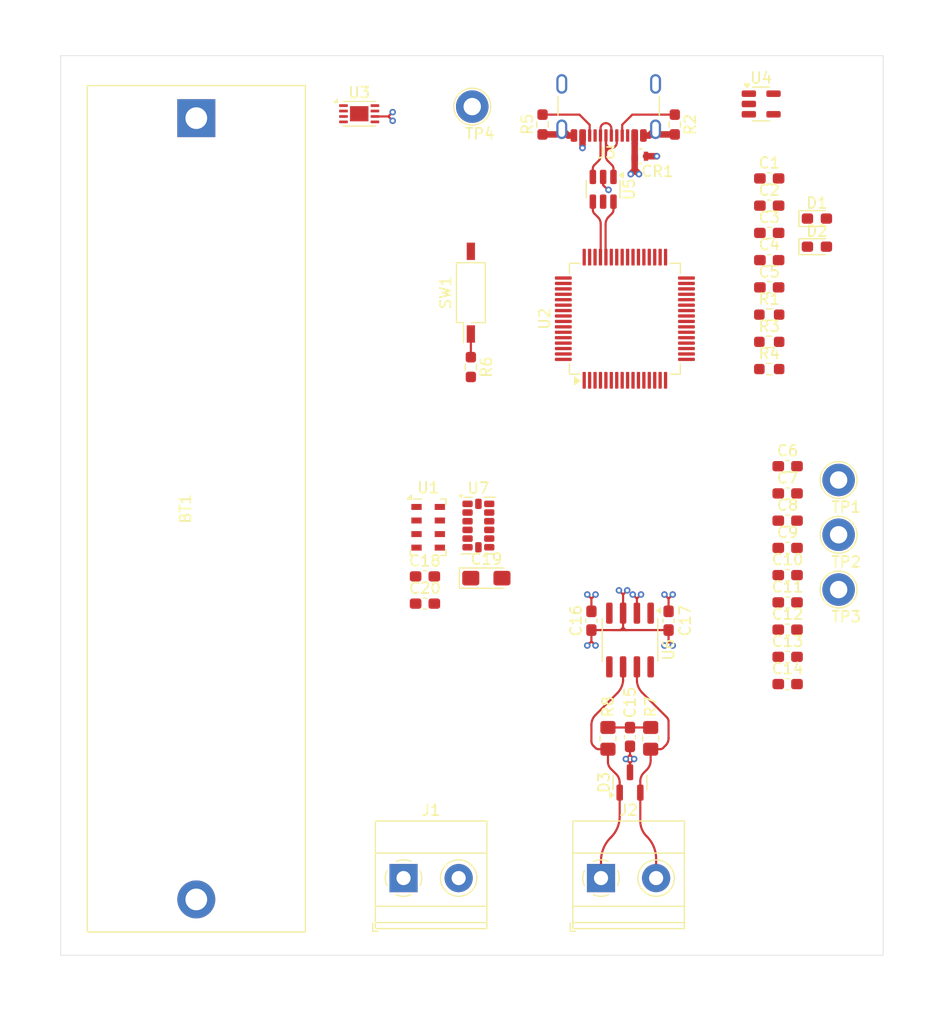
<source format=kicad_pcb>
(kicad_pcb (version 20240108) (generator "pcbnew") (generator_version "8.0")
  (layers (0 "F.Cu" signal) (1 "In1.Cu" signal) (2 "In2.Cu" signal) (31 "B.Cu" signal) (34 "B.Paste" user) (35 "F.Paste" user) (36 "B.SilkS" user "B.Silkscreen") (37 "F.SilkS" user "F.Silkscreen") (38 "B.Mask" user) (39 "F.Mask" user) (44 "Edge.Cuts" user))
  (net 0 "")
  (net 1 "/Battery Management/V_USB")
  (net 2 "GNDD")
  (net 3 "/Battery Management/V_BAT")
  (net 4 "Net-(U4-BP)")
  (net 5 "+3.3V")
  (net 6 "/Battery Management/STAT")
  (net 7 "Net-(D1-A)")
  (net 8 "Net-(D2-K)")
  (net 11 "Net-(U3-PROG)")
  (net 13 "Net-(C6-Pad1)")
  (net 16 "GNDA")
  (net 19 "VDDA")
  (net 21 "Net-(C15-Pad1)")
  (net 22 "Net-(U7-VDD_I{slash}O)")
  (net 25 "/CAN Interface/CAN_L")
  (net 28 "/CAN Interface/CAN_H")
  (net 48 "Net-(J3-D+-PadA6)")
  (net 55 "Net-(J3-D--PadA7)")
  (net 60 "/BOOT0")
  (net 68 "/Sensors/pres_mosi")
  (net 71 "/Sensors/pres_cs")
  (net 72 "/Sensors/pres_sclk")
  (net 74 "Net-(J3-CC2)")
  (net 75 "Net-(J3-CC1)")
  (net 76 "/Sensors/pres_miso")
  (net 77 "/USB_D_P")
  (net 78 "/FDCAN_RX")
  (net 79 "/USB_D_N")
  (net 80 "/FDCAN_TX")
  (net 86 "/Sensors/accel_mosi")
  (net 87 "/Sensors/accel_int1")
  (net 88 "/Sensors/accel_int2")
  (net 89 "/Sensors/accel_sclk")
  (net 90 "/Sensors/accel_cs")
  (net 92 "/Sensors/accel_miso")
  (footprint "Capacitor_SMD:C_0603_1608Metric_Pad1.08x0.95mm_HandSolder" (layer "F.Cu") (at 166.228 106.014847 90)
    (property "Reference" "C17")
    (property "Value" "4.7uF")
  )
  (footprint "Package_QFP:LQFP-64_10x10mm_P0.5mm" (layer "F.Cu") (at 162.201 78.183262 90)
    (property "Reference" "U2")
    (property "Value" "STM32H503RBTx")
  )
  (footprint "Resistor_SMD:R_0603_1608Metric_Pad0.98x0.95mm_HandSolder" (layer "F.Cu") (at 175.505 77.805)
    (property "Reference" "R1")
    (property "Value" "2k")
  )
  (footprint "Capacitor_SMD:C_0603_1608Metric_Pad1.08x0.95mm_HandSolder" (layer "F.Cu") (at 177.2 106.835)
    (property "Reference" "C12")
    (property "Value" "4.7uF")
  )
  (footprint "Resistor_SMD:R_0805_2012Metric_Pad1.20x1.40mm_HandSolder" (layer "F.Cu") (at 160.64 116.854847 -90)
    (property "Reference" "R8")
    (property "Value" "62")
  )
  (footprint "Capacitor_SMD:C_0603_1608Metric_Pad1.08x0.95mm_HandSolder" (layer "F.Cu") (at 177.2 99.305)
    (property "Reference" "C9")
    (property "Value" "100nF")
  )
  (footprint "Capacitor_SMD:C_0603_1608Metric_Pad1.08x0.95mm_HandSolder" (layer "F.Cu") (at 177.2 91.775)
    (property "Reference" "C6")
    (property "Value" "2.2uF")
  )
  (footprint "footprints:ZDO_1610_STM" (layer "F.Cu") (at 163.626 63.209)
    (property "Reference" "CR1")
    (property "Value" "ESDA7P60-1U1M")
  )
  (footprint "Capacitor_SMD:C_0603_1608Metric_Pad1.08x0.95mm_HandSolder" (layer "F.Cu") (at 159.116 106.014847 90)
    (property "Reference" "C16")
    (property "Value" "100nF")
  )
  (footprint "Package_LGA:LGA-14_3x5mm_P0.8mm_LayoutBorder1x6y" (layer "F.Cu") (at 148.7 97.245)
    (property "Reference" "U7")
    (property "Value" "ADXL375BCCZ")
  )
  (footprint "Resistor_SMD:R_0603_1608Metric_Pad0.98x0.95mm_HandSolder" (layer "F.Cu") (at 175.505 80.315)
    (property "Reference" "R3")
    (property "Value" "1k")
  )
  (footprint "TerminalBlock_Phoenix:TerminalBlock_Phoenix_MKDS-1,5-2-5.08_1x02_P5.08mm_Horizontal" (layer "F.Cu") (at 141.8 129.732847)
    (property "Reference" "J1")
    (property "Value" "Conn_01x02_Socket")
  )
  (footprint "Connector_USB:USB_C_Receptacle_GCT_USB4105-xx-A_16P_TopMnt_Horizontal" (layer "F.Cu") (at 160.705 57.621 180)
    (property "Reference" "J3")
    (property "Value" "USB_C_Receptacle_USB2.0_16P")
  )
  (footprint "Package_SO:SOIC-8_3.9x4.9mm_P1.27mm" (layer "F.Cu") (at 162.672 107.792847 -90)
    (property "Reference" "U6")
    (property "Value" "TCAN332G")
  )
  (footprint "Capacitor_SMD:C_0603_1608Metric_Pad1.08x0.95mm_HandSolder" (layer "F.Cu") (at 162.672 116.727847 -90)
    (property "Reference" "C15")
    (property "Value" "4.7uF")
  )
  (footprint "Package_TO_SOT_SMD:SOT-23" (layer "F.Cu") (at 162.672 120.918847 90)
    (property "Reference" "D3")
    (property "Value" "NUP2105L")
  )
  (footprint "TestPoint:TestPoint_Loop_D2.60mm_Drill1.6mm_Beaded" (layer "F.Cu") (at 148.132 58.637)
    (property "Reference" "TP4")
    (property "Value" "TestPoint")
  )
  (footprint "Resistor_SMD:R_0603_1608Metric_Pad0.98x0.95mm_HandSolder" (layer "F.Cu") (at 154.609 60.288 -90)
    (property "Reference" "R5")
    (property "Value" "5.1k")
  )
  (footprint "TerminalBlock_Phoenix:TerminalBlock_Phoenix_MKDS-1,5-2-5.08_1x02_P5.08mm_Horizontal" (layer "F.Cu") (at 160 129.732847)
    (property "Reference" "J2")
    (property "Value" "Conn_01x02_Socket")
  )
  (footprint "Capacitor_SMD:C_0603_1608Metric_Pad1.08x0.95mm_HandSolder" (layer "F.Cu") (at 175.505 65.255)
    (property "Reference" "C1")
    (property "Value" "4.7uF")
  )
  (footprint "Capacitor_SMD:C_0603_1608Metric_Pad1.08x0.95mm_HandSolder" (layer "F.Cu") (at 177.2 109.345)
    (property "Reference" "C13")
    (property "Value" "100nF")
  )
  (footprint "Capacitor_SMD:C_0603_1608Metric_Pad1.08x0.95mm_HandSolder" (layer "F.Cu") (at 143.775 101.93)
    (property "Reference" "C18")
    (property "Value" "100nF")
  )
  (footprint "LED_SMD:LED_0603_1608Metric_Pad1.05x0.95mm_HandSolder" (layer "F.Cu") (at 179.9 68.955)
    (property "Reference" "D1")
    (property "Value" "LED")
  )
  (footprint "Resistor_SMD:R_0603_1608Metric_Pad0.98x0.95mm_HandSolder" (layer "F.Cu") (at 175.505 82.825)
    (property "Reference" "R4")
    (property "Value" "1k")
  )
  (footprint "Package_LGA:LGA-8_3x5mm_P1.25mm" (layer "F.Cu") (at 144.07 97.405)
    (property "Reference" "U1")
    (property "Value" "MS5607-02BA")
  )
  (footprint "Capacitor_SMD:C_0603_1608Metric_Pad1.08x0.95mm_HandSolder" (layer "F.Cu") (at 177.2 101.815)
    (property "Reference" "C10")
    (property "Value" "100nF")
  )
  (footprint "TestPoint:TestPoint_Loop_D2.60mm_Drill1.6mm_Beaded" (layer "F.Cu") (at 181.9 98.095)
    (property "Reference" "TP2")
    (property "Value" "TestPoint")
  )
  (footprint "Resistor_SMD:R_0805_2012Metric_Pad1.20x1.40mm_HandSolder" (layer "F.Cu") (at 164.577 116.854847 90)
    (property "Reference" "R7")
    (property "Value" "62")
  )
  (footprint "Capacitor_SMD:C_0603_1608Metric_Pad1.08x0.95mm_HandSolder" (layer "F.Cu") (at 175.505 72.785)
    (property "Reference" "C4")
    (property "Value" "0.01uF")
  )
  (footprint "Capacitor_SMD:C_0603_1608Metric_Pad1.08x0.95mm_HandSolder" (layer "F.Cu") (at 175.505 70.275)
    (property "Reference" "C3")
    (property "Value" "1uF")
  )
  (footprint "Package_TO_SOT_SMD:SOT-23-5" (layer "F.Cu") (at 174.7625 58.395)
    (property "Reference" "U4")
    (property "Value" "TC2185-3.3VxCTTR")
  )
  (footprint "Package_DFN_QFN:DFN-8-1EP_3x2mm_P0.5mm_EP1.7x1.4mm" (layer "F.Cu") (at 137.715 59.295)
    (property "Reference" "U3")
    (property "Value" "MCP73831-2-MC")
  )
  (footprint "Button_Switch_SMD:SW_DIP_SPSTx01_Slide_Copal_CHS-01B_W7.62mm_P1.27mm" (layer "F.Cu") (at 148.005 75.782 90)
    (property "Reference" "SW1")
    (property "Value" "SW_DIP_x01")
  )
  (footprint "Package_TO_SOT_SMD:SOT-23-6" (layer "F.Cu") (at 160.197 66.257 -90)
    (property "Reference" "U5")
    (property "Value" "USBLC6-2SC6")
  )
  (footprint "Capacitor_SMD:C_0603_1608Metric_Pad1.08x0.95mm_HandSolder" (layer "F.Cu") (at 175.505 75.295)
    (property "Reference" "C5")
    (property "Value" "1uF")
  )
  (footprint "Capacitor_SMD:C_0603_1608Metric_Pad1.08x0.95mm_HandSolder" (layer "F.Cu") (at 177.2 111.855)
    (property "Reference" "C14")
    (property "Value" "1uF")
  )
  (footprint "LED_SMD:LED_0603_1608Metric_Pad1.05x0.95mm_HandSolder" (layer "F.Cu") (at 179.9 71.545)
    (property "Reference" "D2")
    (property "Value" "LED")
  )
  (footprint "Capacitor_SMD:C_0603_1608Metric_Pad1.08x0.95mm_HandSolder" (layer "F.Cu") (at 177.2 96.795)
    (property "Reference" "C8")
    (property "Value" "100nF")
  )
  (footprint "Capacitor_SMD:C_0603_1608Metric_Pad1.08x0.95mm_HandSolder" (layer "F.Cu") (at 175.505 67.765)
    (property "Reference" "C2")
    (property "Value" "4.7uF")
  )
  (footprint "Capacitor_SMD:C_0603_1608Metric_Pad1.08x0.95mm_HandSolder" (layer "F.Cu") (at 177.2 94.285)
    (property "Reference" "C7")
    (property "Value" "2.2uF")
  )
  (footprint "TestPoint:TestPoint_Loop_D2.60mm_Drill1.6mm_Beaded" (layer "F.Cu") (at 181.9 103.145)
    (property "Reference" "TP3")
    (property "Value" "TestPoint")
  )
  (footprint "Resistor_SMD:R_0603_1608Metric_Pad0.98x0.95mm_HandSolder" (layer "F.Cu") (at 166.801 60.288 -90)
    (property "Reference" "R2")
    (property "Value" "5.1k")
  )
  (footprint "Capacitor_SMD:C_0603_1608Metric_Pad1.08x0.95mm_HandSolder" (layer "F.Cu") (at 143.775 104.44)
    (property "Reference" "C20")
    (property "Value" "100nF")
  )
  (footprint "Capacitor_Tantalum_SMD:CP_EIA-3216-18_Kemet-A_Pad1.58x1.35mm_HandSolder" (layer "F.Cu") (at 149.435 102.09)
    (property "Reference" "C19")
    (property "Value" "10uF")
  )
  (footprint "Capacitor_SMD:C_0603_1608Metric_Pad1.08x0.95mm_HandSolder" (layer "F.Cu") (at 177.2 104.325)
    (property "Reference" "C11")
    (property "Value" "100nF")
  )
  (footprint "TestPoint:TestPoint_Loop_D2.60mm_Drill1.6mm_Beaded" (layer "F.Cu") (at 181.9 93.045)
    (property "Reference" "TP1")
    (property "Value" "TestPoint")
  )
  (footprint "Battery:BatteryHolder_MPD_BH-18650-PC2" (layer "F.Cu") (at 122.7 59.7 -90)
    (property "Reference" "BT1")
    (property "Value" "Battery_Cell")
  )
  (footprint "Resistor_SMD:R_0603_1608Metric_Pad0.98x0.95mm_HandSolder" (layer "F.Cu") (at 148.005 82.64 -90)
    (property "Reference" "R6")
    (property "Value" "10k")
  )
  (gr_rect (start 110.2 53.945) (end 186 136.845) (stroke (width 0.05)) (fill none) (layer "Edge.Cuts"))
  (segment (start 162.737 64.86) (end 163.1053 64.4917) (width 0.6) (layer "F.Cu") (net 1))
  (segment (start 163.1053 64.4917) (end 163.1053 63.209) (width 0.6) (layer "F.Cu") (net 1))
  (segment (start 163.105 61.301) (end 163.105 62.053) (width 0.6) (layer "F.Cu") (net 1))
  (segment (start 158.292 62.447) (end 158.305 62.434) (width 0.2) (layer "F.Cu") (net 1))
  (segment (start 158.305 61.301) (end 158.292 62.447) (width 0.6) (layer "F.Cu") (net 1))
  (segment (start 163.1053 64.4917) (end 163.1307 64.4917) (width 0.2) (layer "F.Cu") (net 1))
  (segment (start 163.1053 62.0533) (end 163.1053 63.59) (width 0.6) (layer "F.Cu") (net 1))
  (segment (start 163.105 62.053) (end 163.1053 62.0533) (width 0.2) (layer "F.Cu") (net 1))
  (segment (start 163.1307 64.4917) (end 163.499 64.86) (width 0.6) (layer "F.Cu") (net 1))
  (via (at 162.737 64.86) (size 0.6) (drill 0.3) (layers "F.Cu" "B.Cu") (net 1))
  (via (at 158.292 62.447) (size 0.6) (drill 0.3) (layers "F.Cu" "B.Cu") (net 1))
  (via (at 163.499 64.86) (size 0.6) (drill 0.3) (layers "F.Cu" "B.Cu") (net 1))
  (segment (start 166.609 103.601847) (end 166.228 103.982847) (width 0.2) (layer "F.Cu") (net 2))
  (segment (start 159.116 103.982847) (end 159.116 105.152347) (width 0.2) (layer "F.Cu") (net 2))
  (segment (start 155.9105 61.2005) (end 156.385 60.726) (width 0.2) (layer "F.Cu") (net 2))
  (segment (start 160.197 65.1195) (end 160.197 65.876) (width 0.2) (layer "F.Cu") (net 2))
  (segment (start 140.7 59.245) (end 140.8 59.145) (width 0.2) (layer "F.Cu") (net 2))
  (segment (start 158.735 103.601847) (end 159.116 103.982847) (width 0.2) (layer "F.Cu") (net 2))
  (segment (start 157.505 61.301) (end 156.96 61.301) (width 0.6) (layer "F.Cu") (net 2))
  (segment (start 166.801 61.2005) (end 165.4995 61.2005) (width 0.6) (layer "F.Cu") (net 2))
  (segment (start 166.228 105.152347) (end 166.228 103.982847) (width 0.2) (layer "F.Cu") (net 2))
  (segment (start 164.1467 63.209) (end 165.15 63.209) (width 0.6) (layer "F.Cu") (net 2))
  (segment (start 163.688 103.601847) (end 163.307 103.982847) (width 0.2) (layer "F.Cu") (net 2))
  (segment (start 165.4995 61.2005) (end 165.025 60.726) (width 0.2) (layer "F.Cu") (net 2))
  (segment (start 162.672 119.981347) (end 162.672 119.140847) (width 0.2) (layer "F.Cu") (net 2))
  (segment (start 163.053 118.759847) (end 162.672 119.140847) (width 0.2) (layer "F.Cu") (net 2))
  (segment (start 140.4 59.545) (end 140.8 59.945) (width 0.2) (layer "F.Cu") (net 2))
  (segment (start 163.307 105.152347) (end 163.307 103.982847) (width 0.2) (layer "F.Cu") (net 2))
  (segment (start 162.672 119.140847) (end 162.291 118.759847) (width 0.2) (layer "F.Cu") (net 2))
  (segment (start 160.690868 66.306316) (end 160.594272 66.306316) (width 0.2) (layer "F.Cu") (net 2))
  (segment (start 140.8 59.945) (end 140.7 59.845) (width 0.2) (layer "F.Cu") (net 2))
  (segment (start 160.197 65.876) (end 160.627316 66.306316) (width 0.2) (layer "F.Cu") (net 2))
  (segment (start 154.609 61.2005) (end 155.9105 61.2005) (width 0.6) (layer "F.Cu") (net 2))
  (segment (start 163.905 61.301) (end 164.45 61.301) (width 0.6) (layer "F.Cu") (net 2))
  (segment (start 162.926 103.601847) (end 163.307 103.982847) (width 0.2) (layer "F.Cu") (net 2))
  (segment (start 162.672 118.378847) (end 162.672 117.590347) (width 0.2) (layer "F.Cu") (net 2))
  (segment (start 164.45 61.301) (end 165.025 60.726) (width 0.6) (layer "F.Cu") (net 2))
  (segment (start 156.96 61.301) (end 156.385 60.726) (width 0.6) (layer "F.Cu") (net 2))
  (segment (start 139.165 59.545) (end 140.4 59.545) (width 0.2) (layer "F.Cu") (net 2))
  (segment (start 165.847 103.601847) (end 166.228 103.982847) (width 0.2) (layer "F.Cu") (net 2))
  (segment (start 162.291 118.759847) (end 162.672 118.378847) (width 0.2) (layer "F.Cu") (net 2))
  (segment (start 159.497 103.601847) (end 159.116 103.982847) (width 0.2) (layer "F.Cu") (net 2))
  (segment (start 160.627316 66.306316) (end 160.690868 66.306316) (width 0.2) (layer "F.Cu") (net 2))
  (segment (start 163.053 118.759847) (end 162.672 118.378847) (width 0.2) (layer "F.Cu") (net 2))
  (segment (start 140.8 59.145) (end 140.4 59.545) (width 0.2) (layer "F.Cu") (net 2))
  (via (at 140.8 59.945) (size 0.6) (drill 0.3) (layers "F.Cu" "B.Cu") (net 2))
  (via (at 163.688 103.601847) (size 0.6) (drill 0.3) (layers "F.Cu" "B.Cu") (net 2))
  (via (at 162.291 118.759847) (size 0.6) (drill 0.3) (layers "F.Cu" "B.Cu") (net 2))
  (via (at 163.053 118.759847) (size 0.6) (drill 0.3) (layers "F.Cu" "B.Cu") (net 2))
  (via (at 160.690868 66.306316) (size 0.6) (drill 0.3) (layers "F.Cu" "B.Cu") (net 2))
  (via (at 166.609 103.601847) (size 0.6) (drill 0.3) (layers "F.Cu" "B.Cu") (net 2))
  (via (at 158.735 103.601847) (size 0.6) (drill 0.3) (layers "F.Cu" "B.Cu") (net 2))
  (via (at 162.926 103.601847) (size 0.6) (drill 0.3) (layers "F.Cu" "B.Cu") (net 2))
  (via (at 165.847 103.601847) (size 0.6) (drill 0.3) (layers "F.Cu" "B.Cu") (net 2))
  (via (at 159.497 103.601847) (size 0.6) (drill 0.3) (layers "F.Cu" "B.Cu") (net 2))
  (via (at 140.8 59.145) (size 0.6) (drill 0.3) (layers "F.Cu" "B.Cu") (net 2))
  (via (at 165.15 63.209) (size 0.6) (drill 0.3) (layers "F.Cu" "B.Cu") (net 2))
  (segment (start 165.974 108.173847) (end 165.847 108.300847) (width 0.2) (layer "F.Cu") (net 5))
  (segment (start 166.228 107.919847) (end 166.609 108.300847) (width 0.2) (layer "F.Cu") (net 5))
  (segment (start 162.418 103.220847) (end 162.037 103.601847) (width 0.2) (layer "F.Cu") (net 5))
  (segment (start 162.418 106.877347) (end 166.228 106.877347) (width 0.2) (layer "F.Cu") (net 5))
  (segment (start 161.8095 106.877347) (end 162.037 106.649847) (width 0.2) (layer "F.Cu") (net 5))
  (segment (start 159.116 106.877347) (end 159.116 107.919847) (width 0.2) (layer "F.Cu") (net 5))
  (segment (start 158.862 108.173847) (end 158.735 108.300847) (width 0.2) (layer "F.Cu") (net 5))
  (segment (start 162.2645 106.877347) (end 162.037 106.649847) (width 0.2) (layer "F.Cu") (net 5))
  (segment (start 162.037 103.601847) (end 161.656 103.220847) (width 0.2) (layer "F.Cu") (net 5))
  (segment (start 158.735 108.300847) (end 159.116 107.919847) (width 0.2) (layer "F.Cu") (net 5))
  (segment (start 165.847 108.300847) (end 166.228 107.919847) (width 0.2) (layer "F.Cu") (net 5))
  (segment (start 159.116 106.877347) (end 161.148 106.877347) (width 0.2) (layer "F.Cu") (net 5))
  (segment (start 159.497 108.300847) (end 159.37 108.173847) (width 0.2) (layer "F.Cu") (net 5))
  (segment (start 159.116 107.919847) (end 159.497 108.300847) (width 0.2) (layer "F.Cu") (net 5))
  (segment (start 166.228 106.877347) (end 166.228 107.919847) (width 0.2) (layer "F.Cu") (net 5))
  (segment (start 166.609 108.300847) (end 166.482 108.173847) (width 0.2) (layer "F.Cu") (net 5))
  (segment (start 161.148 106.877347) (end 161.8095 106.877347) (width 0.2) (layer "F.Cu") (net 5))
  (segment (start 162.418 106.877347) (end 162.2645 106.877347) (width 0.2) (layer "F.Cu") (net 5))
  (segment (start 162.037 104.644347) (end 162.037 103.601847) (width 0.2) (layer "F.Cu") (net 5))
  (segment (start 161.148 106.877347) (end 162.418 106.877347) (width 0.2) (layer "F.Cu") (net 5))
  (segment (start 162.037 106.649847) (end 162.037 105.317847) (width 0.2) (layer "F.Cu") (net 5))
  (via (at 161.656 103.220847) (size 0.6) (drill 0.3) (layers "F.Cu" "B.Cu") (net 5))
  (via (at 166.609 108.300847) (size 0.6) (drill 0.3) (layers "F.Cu" "B.Cu") (net 5))
  (via (at 159.497 108.300847) (size 0.6) (drill 0.3) (layers "F.Cu" "B.Cu") (net 5))
  (via (at 162.418 103.220847) (size 0.6) (drill 0.3) (layers "F.Cu" "B.Cu") (net 5))
  (via (at 158.735 108.300847) (size 0.6) (drill 0.3) (layers "F.Cu" "B.Cu") (net 5))
  (via (at 165.847 108.300847) (size 0.6) (drill 0.3) (layers "F.Cu" "B.Cu") (net 5))
  (segment (start 160.64 115.854847) (end 164.577 115.854847) (width 0.2) (layer "F.Cu") (net 21))
  (segment (start 161.722 124.052483) (end 161.722 121.856347) (width 0.2) (layer "F.Cu") (net 25))
  (segment (start 160.64 119.013847) (end 160.64 117.854847) (width 0.2) (layer "F.Cu") (net 25))
  (segment (start 159.116 117.108847) (end 159.116 115.615662) (width 0.2) (layer "F.Cu") (net 25))
  (segment (start 161.722 121.856347) (end 161.722 120.929395) (width 0.2) (layer "F.Cu") (net 25))
  (segment (start 160.64 117.854847) (end 159.764977 117.854847) (width 0.2) (layer "F.Cu") (net 25))
  (segment (start 159.497 117.743847) (end 159.295605 117.542452) (width 0.2) (layer "F.Cu") (net 25))
  (segment (start 160 129.732847) (end 160 128.157153) (width 0.2) (layer "F.Cu") (net 25))
  (segment (start 162.034483 110.270364) (end 162.037 110.267847) (width 0.2) (layer "F.Cu") (net 25))
  (segment (start 160.894 125.998847) (end 160.931197 125.96165) (width 0.2) (layer "F.Cu") (net 25))
  (segment (start 162.034483 111.538431) (end 162.034483 110.270364) (width 0.2) (layer "F.Cu") (net 25))
  (segment (start 159.497 114.695847) (end 161.498184 112.694663) (width 0.2) (layer "F.Cu") (net 25))
  (segment (start 161.402 120.156847) (end 160.909408 119.664255) (width 0.2) (layer "F.Cu") (net 25))
  (arc (start 161.722 120.929395) (mid 161.638835 120.511295) (end 161.402 120.156847) (width 0.2) (layer "F.Cu") (net 25))
  (arc (start 160.931197 125.96165) (mid 161.516477 125.085717) (end 161.722 124.052483) (width 0.2) (layer "F.Cu") (net 25))
  (arc (start 159.116 115.615662) (mid 159.215019 115.117862) (end 159.497 114.695847) (width 0.2) (layer "F.Cu") (net 25))
  (arc (start 161.498184 112.694663) (mid 161.868023 112.164029) (end 162.034483 111.538431) (width 0.2) (layer "F.Cu") (net 25))
  (arc (start 159.764977 117.854847) (mid 159.619949 117.825999) (end 159.497 117.743847) (width 0.2) (layer "F.Cu") (net 25))
  (arc (start 160.909408 119.664255) (mid 160.710017 119.365846) (end 160.64 119.013847) (width 0.2) (layer "F.Cu") (net 25))
  (arc (start 159.295605 117.542452) (mid 159.162678 117.343512) (end 159.116 117.108847) (width 0.2) (layer "F.Cu") (net 25))
  (arc (start 160 128.157153) (mid 160.232343 126.989086) (end 160.894 125.998847) (width 0.2) (layer "F.Cu") (net 25))
  (segment (start 164.577 118.886847) (end 164.577 117.854847) (width 0.2) (layer "F.Cu") (net 28))
  (segment (start 163.309379 111.573742) (end 163.309379 110.270226) (width 0.2) (layer "F.Cu") (net 28))
  (segment (start 164.577 117.854847) (end 165.452023 117.854847) (width 0.2) (layer "F.Cu") (net 28))
  (segment (start 163.622 121.856347) (end 163.622 120.802395) (width 0.2) (layer "F.Cu") (net 28))
  (segment (start 165.72 117.743847) (end 165.958592 117.505255) (width 0.2) (layer "F.Cu") (net 28))
  (segment (start 163.942 120.029847) (end 164.217789 119.754058) (width 0.2) (layer "F.Cu") (net 28))
  (segment (start 165.08 127.953407) (end 165.08 129.732847) (width 0.2) (layer "F.Cu") (net 28))
  (segment (start 163.622 121.856347) (end 163.622 124.486089) (width 0.2) (layer "F.Cu") (net 28))
  (segment (start 163.309379 110.270226) (end 163.307 110.267847) (width 0.2) (layer "F.Cu") (net 28))
  (segment (start 164.196 125.871847) (end 164.233197 125.909044) (width 0.2) (layer "F.Cu") (net 28))
  (segment (start 166.048395 114.897242) (end 163.815 112.663847) (width 0.2) (layer "F.Cu") (net 28))
  (segment (start 166.226078 116.852925) (end 166.226078 115.25037) (width 0.2) (layer "F.Cu") (net 28))
  (segment (start 166.228 116.854847) (end 166.226078 116.852925) (width 0.2) (layer "F.Cu") (net 28))
  (arc (start 163.622 124.486089) (mid 163.771178 125.236055) (end 164.196 125.871847) (width 0.2) (layer "F.Cu") (net 28))
  (arc (start 163.622 120.802395) (mid 163.705165 120.384295) (end 163.942 120.029847) (width 0.2) (layer "F.Cu") (net 28))
  (arc (start 166.226078 115.25037) (mid 166.164763 115.059631) (end 166.048395 114.897242) (width 0.2) (layer "F.Cu") (net 28))
  (arc (start 163.815 112.663847) (mid 163.46632 112.163559) (end 163.309379 111.573742) (width 0.2) (layer "F.Cu") (net 28))
  (arc (start 165.958592 117.505255) (mid 166.157983 117.206845) (end 166.228 116.854847) (width 0.2) (layer "F.Cu") (net 28))
  (arc (start 164.233197 125.909044) (mid 164.859923 126.847006) (end 165.08 127.953407) (width 0.2) (layer "F.Cu") (net 28))
  (arc (start 164.217789 119.754058) (mid 164.483644 119.356178) (end 164.577 118.886847) (width 0.2) (layer "F.Cu") (net 28))
  (arc (start 165.452023 117.854847) (mid 165.597051 117.825999) (end 165.72 117.743847) (width 0.2) (layer "F.Cu") (net 28))
  (segment (start 159.377976 64.028024) (end 159.78388 63.62212) (width 0.2) (layer "F.Cu") (net 48))
  (segment (start 159.955 61.301) (end 159.955 60.657) (width 0.2) (layer "F.Cu") (net 48))
  (segment (start 159.247 65.1195) (end 159.247 64.344229) (width 0.2) (layer "F.Cu") (net 48))
  (segment (start 159.955 61.301) (end 159.955 63.209) (width 0.2) (layer "F.Cu") (net 48))
  (segment (start 159.247 64.477477) (end 159.247 65.1195) (width 0.2) (layer "F.Cu") (net 48))
  (segment (start 160.955 60.665) (end 160.955 61.301) (width 0.2) (layer "F.Cu") (net 48))
  (arc (start 159.955 60.657) (mid 160.100275 60.306275) (end 160.451 60.161) (width 0.2) (layer "F.Cu") (net 48))
  (arc (start 159.78388 63.62212) (mid 159.910528 63.432579) (end 159.955 63.209) (width 0.2) (layer "F.Cu") (net 48))
  (arc (start 159.247 64.344229) (mid 159.28104 64.1731) (end 159.377976 64.028024) (width 0.2) (layer "F.Cu") (net 48))
  (arc (start 160.451 60.161) (mid 160.807382 60.308618) (end 160.955 60.665) (width 0.2) (layer "F.Cu") (net 48))
  (segment (start 160.451 62.955) (end 160.451 63.209) (width 0.2) (layer "F.Cu") (net 55))
  (segment (start 160.451 62.447) (end 160.511484 62.449532) (width 0.2) (layer "F.Cu") (net 55))
  (segment (start 161.455 61.301) (end 161.455 61.951) (width 0.2) (layer "F.Cu") (net 55))
  (segment (start 160.629357 62.498356) (end 160.668947 62.537947) (width 0.2) (layer "F.Cu") (net 55))
  (segment (start 160.455 61.301) (end 160.451 61.305) (width 0.2) (layer "F.Cu") (net 55))
  (segment (start 160.451 61.305) (end 160.451 62.447) (width 0.2) (layer "F.Cu") (net 55))
  (segment (start 160.455 61.943) (end 160.455 61.301) (width 0.2) (layer "F.Cu") (net 55))
  (segment (start 160.630605 63.642605) (end 161.021565 64.033565) (width 0.2) (layer "F.Cu") (net 55))
  (segment (start 161.147 64.336392) (end 161.147 65.1195) (width 0.2) (layer "F.Cu") (net 55))
  (segment (start 160.451 62.447) (end 160.451 62.955) (width 0.2) (layer "F.Cu") (net 55))
  (arc (start 160.451 63.209) (mid 160.497678 63.443665) (end 160.630605 63.642605) (width 0.2) (layer "F.Cu") (net 55))
  (arc (start 160.511484 62.449532) (mid 160.575276 62.462221) (end 160.629357 62.498356) (width 0.2) (layer "F.Cu") (net 55))
  (arc (start 161.021565 64.033565) (mid 161.114401 64.172503) (end 161.147 64.336392) (width 0.2) (layer "F.Cu") (net 55))
  (arc (start 160.959 62.447) (mid 160.59979 62.59579) (end 160.451 62.955) (width 0.2) (layer "F.Cu") (net 55))
  (arc (start 161.455 61.951) (mid 161.309725 62.301725) (end 160.959 62.447) (width 0.2) (layer "F.Cu") (net 55))
  (arc (start 160.959 62.447) (mid 160.602618 62.299382) (end 160.455 61.943) (width 0.2) (layer "F.Cu") (net 55))
  (segment (start 148.005 81.7275) (end 148.005 79.592) (width 0.2) (layer "F.Cu") (net 60))
  (segment (start 158.955 60.316) (end 158.0145 59.3755) (width 0.2) (layer "F.Cu") (net 74))
  (segment (start 158.0145 59.3755) (end 154.609 59.3755) (width 0.2) (layer "F.Cu") (net 74))
  (segment (start 158.955 61.301) (end 158.955 60.316) (width 0.2) (layer "F.Cu") (net 74))
  (segment (start 162.8875 59.3755) (end 166.801 59.3755) (width 0.2) (layer "F.Cu") (net 75))
  (segment (start 161.955 61.301) (end 161.955 60.308) (width 0.2) (layer "F.Cu") (net 75))
  (segment (start 161.955 60.308) (end 162.8875 59.3755) (width 0.2) (layer "F.Cu") (net 75))
  (segment (start 159.247 67.3945) (end 159.247 68.146275) (width 0.2) (layer "F.Cu") (net 77))
  (segment (start 159.394591 68.502591) (end 159.715155 68.823155) (width 0.2) (layer "F.Cu") (net 77))
  (segment (start 159.972 69.443233) (end 159.972 73.101464) (width 0.2) (layer "F.Cu") (net 77))
  (arc (start 159.247 68.146275) (mid 159.285358 68.339112) (end 159.394591 68.502591) (width 0.2) (layer "F.Cu") (net 77))
  (arc (start 159.715155 68.823155) (mid 159.905248 69.107649) (end 159.972 69.443233) (width 0.2) (layer "F.Cu") (net 77))
  (segment (start 161.147 68.133118) (end 161.147 67.3945) (width 0.2) (layer "F.Cu") (net 79))
  (segment (start 160.422 73.101464) (end 160.422 69.483475) (width 0.2) (layer "F.Cu") (net 79))
  (segment (start 160.990106 68.511894) (end 160.7073 68.7947) (width 0.2) (layer "F.Cu") (net 79))
  (arc (start 160.990106 68.511894) (mid 161.106225 68.33811) (end 161.147 68.133118) (width 0.2) (layer "F.Cu") (net 79))
  (arc (start 160.422 69.483475) (mid 160.496147 69.110713) (end 160.7073 68.7947) (width 0.2) (layer "F.Cu") (net 79))
)
</source>
